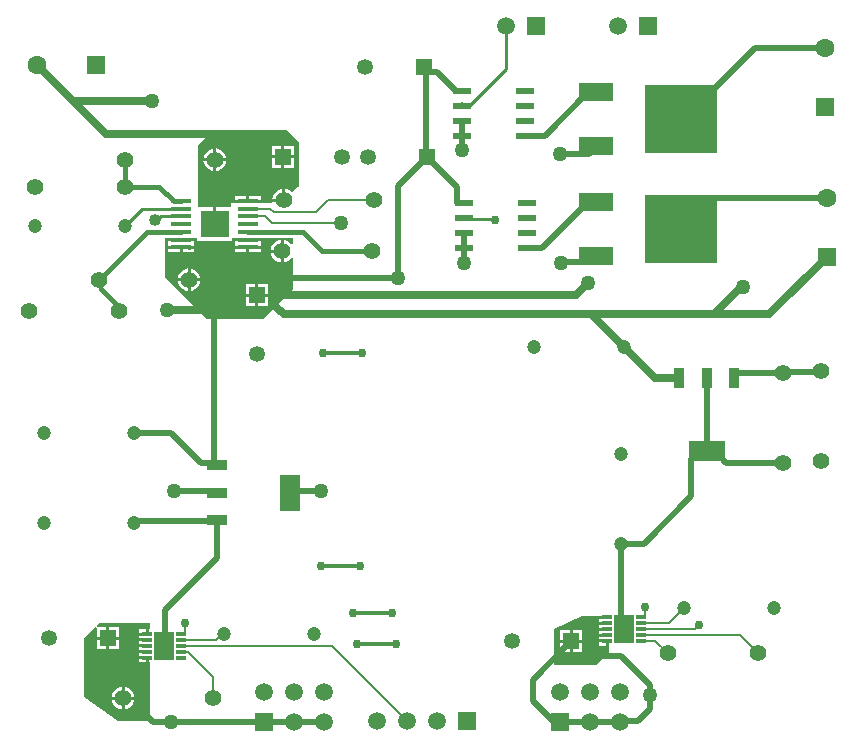
<source format=gtl>
G04*
G04 #@! TF.GenerationSoftware,Altium Limited,Altium Designer,19.1.8 (144)*
G04*
G04 Layer_Physical_Order=1*
G04 Layer_Color=255*
%FSLAX25Y25*%
%MOIN*%
G70*
G01*
G75*
%ADD11C,0.00600*%
%ADD12C,0.01000*%
%ADD14R,0.03500X0.06950*%
%ADD15R,0.12400X0.06950*%
%ADD16R,0.06950X0.03500*%
%ADD17R,0.06950X0.12400*%
%ADD18R,0.24410X0.22835*%
%ADD19R,0.11811X0.06299*%
%ADD20R,0.06300X0.02100*%
%ADD21R,0.06600X0.01400*%
%ADD22R,0.06900X0.09800*%
%ADD23R,0.03200X0.01200*%
%ADD28R,0.09700X0.09100*%
%ADD44C,0.02000*%
%ADD45C,0.02500*%
%ADD46C,0.01200*%
%ADD47C,0.01500*%
%ADD48C,0.05906*%
%ADD49R,0.05906X0.05906*%
%ADD50R,0.06299X0.06299*%
%ADD51C,0.06299*%
%ADD52C,0.05315*%
%ADD53R,0.05315X0.05315*%
%ADD54C,0.05512*%
%ADD55R,0.05315X0.05315*%
%ADD56C,0.04724*%
%ADD57R,0.06299X0.06299*%
%ADD58C,0.05000*%
%ADD59C,0.03000*%
%ADD60C,0.04000*%
G36*
X80000Y41474D02*
X79500D01*
Y39874D01*
X79000D01*
Y39374D01*
X76400D01*
Y38405D01*
X79000D01*
Y37405D01*
X76400D01*
Y36437D01*
X79000D01*
Y35437D01*
X76400D01*
Y34468D01*
X79000D01*
Y33468D01*
X76400D01*
Y32500D01*
X79000D01*
Y32000D01*
X79500D01*
Y30400D01*
X80000D01*
Y29500D01*
Y10859D01*
X69390D01*
X58000Y18867D01*
X58000Y38500D01*
X61704Y42204D01*
X62185Y41978D01*
X62185Y41732D01*
Y39000D01*
X65342D01*
Y42158D01*
X62646D01*
X62365Y42158D01*
X62138Y42638D01*
X63000Y43500D01*
X80000D01*
Y41474D01*
D02*
G37*
G36*
X229700Y45937D02*
X232300D01*
Y44937D01*
X229700D01*
Y43968D01*
X232300D01*
Y42968D01*
X229700D01*
Y42000D01*
X232300D01*
Y41000D01*
X229700D01*
Y40031D01*
X232300D01*
Y39031D01*
X229700D01*
Y38063D01*
X232300D01*
Y37563D01*
X232800D01*
Y35963D01*
X232906D01*
Y33924D01*
X228482Y29500D01*
X214500D01*
Y41500D01*
X224083Y46000D01*
X229700Y46000D01*
Y45937D01*
D02*
G37*
G36*
X127500Y169930D02*
X127000Y169760D01*
X126679Y170179D01*
X125894Y170781D01*
X124980Y171159D01*
X124500Y171222D01*
Y167500D01*
Y163777D01*
X124980Y163841D01*
X125894Y164219D01*
X126679Y164821D01*
X127000Y165240D01*
X127500Y165070D01*
Y155000D01*
X117500Y145000D01*
X99000D01*
X85000Y159000D01*
Y172000D01*
X86100D01*
Y171882D01*
X94700D01*
Y172000D01*
X95650D01*
Y170950D01*
X107350D01*
Y172000D01*
X108300D01*
Y171882D01*
X116900D01*
Y172000D01*
X127500D01*
Y169930D01*
D02*
G37*
G36*
X129500Y204000D02*
Y189000D01*
X129000D01*
X127179Y187179D01*
X126394Y187781D01*
X125480Y188159D01*
X125000Y188223D01*
Y184500D01*
X124500D01*
Y184000D01*
X120777D01*
X120339Y183500D01*
X116900D01*
Y183677D01*
X108300D01*
Y183500D01*
X107000D01*
Y182050D01*
X102000D01*
Y176500D01*
X101000D01*
Y182050D01*
X96000D01*
Y203000D01*
X101000Y208000D01*
X125500D01*
X129500Y204000D01*
D02*
G37*
%LPC*%
G36*
X78500Y41474D02*
X76400D01*
Y40374D01*
X78500D01*
Y41474D01*
D02*
G37*
G36*
X66343Y42158D02*
Y39000D01*
X69500D01*
Y42158D01*
X66343D01*
D02*
G37*
G36*
X69500Y38000D02*
X66343D01*
Y34843D01*
X69500D01*
Y38000D01*
D02*
G37*
G36*
X65342D02*
X62185D01*
Y34843D01*
X65342D01*
Y38000D01*
D02*
G37*
G36*
X78500Y31500D02*
X76400D01*
Y30400D01*
X78500D01*
Y31500D01*
D02*
G37*
G36*
X71500Y22222D02*
Y19000D01*
X74722D01*
X74659Y19480D01*
X74281Y20394D01*
X73679Y21179D01*
X72894Y21781D01*
X71981Y22159D01*
X71500Y22222D01*
D02*
G37*
G36*
X70500D02*
X70020Y22159D01*
X69106Y21781D01*
X68321Y21179D01*
X67719Y20394D01*
X67341Y19480D01*
X67277Y19000D01*
X70500D01*
Y22222D01*
D02*
G37*
G36*
X74722Y18000D02*
X71500D01*
Y14777D01*
X71981Y14841D01*
X72894Y15219D01*
X73679Y15821D01*
X74281Y16606D01*
X74659Y17519D01*
X74722Y18000D01*
D02*
G37*
G36*
X70500D02*
X67277D01*
X67341Y17519D01*
X67719Y16606D01*
X68321Y15821D01*
X69106Y15219D01*
X70020Y14841D01*
X70500Y14777D01*
Y18000D01*
D02*
G37*
G36*
X224000Y41157D02*
X220843D01*
Y38000D01*
X224000D01*
Y41157D01*
D02*
G37*
G36*
X219843D02*
X216685D01*
Y38000D01*
X219843D01*
Y41157D01*
D02*
G37*
G36*
X231800Y37063D02*
X229700D01*
Y35963D01*
X231800D01*
Y37063D01*
D02*
G37*
G36*
X224000Y37000D02*
X220843D01*
Y33843D01*
X224000D01*
Y37000D01*
D02*
G37*
G36*
X219843D02*
X216685D01*
Y33843D01*
X219843D01*
Y37000D01*
D02*
G37*
G36*
X94700Y170882D02*
X86100D01*
Y169323D01*
X94700D01*
Y170882D01*
D02*
G37*
G36*
X116900D02*
X108300D01*
Y169323D01*
X116900D01*
Y170882D01*
D02*
G37*
G36*
X123500Y171222D02*
X123020Y171159D01*
X122106Y170781D01*
X121321Y170179D01*
X120719Y169394D01*
X120341Y168481D01*
X120278Y168000D01*
X123500D01*
Y171222D01*
D02*
G37*
G36*
X94700Y168323D02*
X90900D01*
Y167123D01*
X94700D01*
Y168323D01*
D02*
G37*
G36*
X89900D02*
X86100D01*
Y167123D01*
X89900D01*
Y168323D01*
D02*
G37*
G36*
X116900Y168323D02*
X113100D01*
Y167123D01*
X116900D01*
Y168323D01*
D02*
G37*
G36*
X112100D02*
X108300D01*
Y167123D01*
X112100D01*
Y168323D01*
D02*
G37*
G36*
X123500Y167000D02*
X120278D01*
X120341Y166519D01*
X120719Y165606D01*
X121321Y164821D01*
X122106Y164219D01*
X123020Y163841D01*
X123500Y163777D01*
Y167000D01*
D02*
G37*
G36*
X93500Y161723D02*
Y158500D01*
X96723D01*
X96659Y158981D01*
X96281Y159894D01*
X95679Y160679D01*
X94894Y161281D01*
X93980Y161659D01*
X93500Y161723D01*
D02*
G37*
G36*
X92500D02*
X92019Y161659D01*
X91106Y161281D01*
X90321Y160679D01*
X89719Y159894D01*
X89341Y158981D01*
X89277Y158500D01*
X92500D01*
Y161723D01*
D02*
G37*
G36*
X96723Y157500D02*
X93500D01*
Y154278D01*
X93980Y154341D01*
X94894Y154719D01*
X95679Y155321D01*
X96281Y156106D01*
X96659Y157019D01*
X96723Y157500D01*
D02*
G37*
G36*
X92500D02*
X89277D01*
X89341Y157019D01*
X89719Y156106D01*
X90321Y155321D01*
X91106Y154719D01*
X92019Y154341D01*
X92500Y154278D01*
Y157500D01*
D02*
G37*
G36*
X119158Y156500D02*
X116000D01*
Y153342D01*
X119158D01*
Y156500D01*
D02*
G37*
G36*
X115000D02*
X111843D01*
Y153342D01*
X115000D01*
Y156500D01*
D02*
G37*
G36*
X119158Y152342D02*
X116000D01*
Y149185D01*
X119158D01*
Y152342D01*
D02*
G37*
G36*
X115000D02*
X111843D01*
Y149185D01*
X115000D01*
Y152342D01*
D02*
G37*
G36*
X127815Y202658D02*
X124657D01*
Y199500D01*
X127815D01*
Y202658D01*
D02*
G37*
G36*
X123658D02*
X120500D01*
Y199500D01*
X123658D01*
Y202658D01*
D02*
G37*
G36*
X102000Y201723D02*
Y198500D01*
X105222D01*
X105159Y198980D01*
X104781Y199894D01*
X104179Y200679D01*
X103394Y201281D01*
X102480Y201659D01*
X102000Y201723D01*
D02*
G37*
G36*
X101000D02*
X100520Y201659D01*
X99606Y201281D01*
X98821Y200679D01*
X98219Y199894D01*
X97841Y198980D01*
X97777Y198500D01*
X101000D01*
Y201723D01*
D02*
G37*
G36*
X127815Y198500D02*
X124657D01*
Y195343D01*
X127815D01*
Y198500D01*
D02*
G37*
G36*
X123658D02*
X120500D01*
Y195343D01*
X123658D01*
Y198500D01*
D02*
G37*
G36*
X105222Y197500D02*
X102000D01*
Y194278D01*
X102480Y194341D01*
X103394Y194719D01*
X104179Y195321D01*
X104781Y196106D01*
X105159Y197020D01*
X105222Y197500D01*
D02*
G37*
G36*
X101000D02*
X97777D01*
X97841Y197020D01*
X98219Y196106D01*
X98821Y195321D01*
X99606Y194719D01*
X100520Y194341D01*
X101000Y194278D01*
Y197500D01*
D02*
G37*
G36*
X124000Y188223D02*
X123520Y188159D01*
X122606Y187781D01*
X121821Y187179D01*
X121219Y186394D01*
X120841Y185480D01*
X120777Y185000D01*
X124000D01*
Y188223D01*
D02*
G37*
G36*
X116900Y185877D02*
X113100D01*
Y184677D01*
X116900D01*
Y185877D01*
D02*
G37*
G36*
X112100D02*
X108300D01*
Y184677D01*
X112100D01*
Y185877D01*
D02*
G37*
%LPD*%
D11*
X120103Y181618D02*
X121277Y180444D01*
X120500Y177000D02*
X143500D01*
X121277Y180444D02*
X135196D01*
X139252Y184500D01*
X154500D01*
X118441Y179059D02*
X120500Y177000D01*
X112600Y179059D02*
X118441D01*
X112600Y181618D02*
X120103D01*
X261500Y41500D02*
X263000Y43000D01*
X243700Y41500D02*
X261500D01*
X243700Y39531D02*
X276468D01*
X282500Y33500D01*
X140563Y35937D02*
X165500Y11000D01*
X90400Y35937D02*
X140563D01*
X91500Y40000D02*
Y43500D01*
X245000Y45737D02*
Y48874D01*
X244700Y45437D02*
X245000Y45737D01*
X243700Y45437D02*
X244700D01*
X90400Y33968D02*
X90469Y33900D01*
X92538D01*
X101000Y25438D01*
Y18500D02*
Y25438D01*
X252969Y43468D02*
X258000Y48500D01*
X243700Y43468D02*
X252969D01*
X243700Y37563D02*
X248437D01*
X252500Y33500D01*
X90400Y37905D02*
X101981D01*
X104076Y40000D01*
X104500D01*
D12*
X194750Y178250D02*
X195000Y178000D01*
X184800Y178250D02*
X194750D01*
X184550Y178500D02*
X184800Y178250D01*
X184050Y216000D02*
X186150D01*
X198500Y228350D01*
Y242500D01*
X71500Y176000D02*
X77118Y181618D01*
X90400D01*
X81500Y178000D02*
X82500D01*
X83559Y179059D01*
X90400D01*
D14*
X274600Y125275D02*
D03*
X265500D02*
D03*
X256400D02*
D03*
D15*
X265500Y100725D02*
D03*
D16*
X102225Y96100D02*
D03*
Y87000D02*
D03*
Y77900D02*
D03*
D17*
X126775Y87000D02*
D03*
D18*
X257000Y175000D02*
D03*
Y211500D02*
D03*
D19*
X228732Y166000D02*
D03*
Y184000D02*
D03*
Y220500D02*
D03*
Y202500D02*
D03*
D20*
X205450Y183500D02*
D03*
Y178500D02*
D03*
Y173500D02*
D03*
Y168500D02*
D03*
X184550D02*
D03*
Y173500D02*
D03*
Y178500D02*
D03*
Y183500D02*
D03*
X204950Y221000D02*
D03*
Y216000D02*
D03*
Y211000D02*
D03*
Y206000D02*
D03*
X184050D02*
D03*
Y211000D02*
D03*
Y216000D02*
D03*
Y221000D02*
D03*
D21*
X90400Y184177D02*
D03*
Y181618D02*
D03*
Y179059D02*
D03*
Y176500D02*
D03*
Y173941D02*
D03*
Y171382D02*
D03*
Y168823D02*
D03*
X112600Y168823D02*
D03*
Y171382D02*
D03*
Y173941D02*
D03*
Y176500D02*
D03*
Y179059D02*
D03*
Y181618D02*
D03*
Y184177D02*
D03*
D22*
X238000Y41500D02*
D03*
X84700Y35937D02*
D03*
D23*
X243700Y45437D02*
D03*
Y43468D02*
D03*
Y41500D02*
D03*
Y39531D02*
D03*
Y37563D02*
D03*
X232300D02*
D03*
Y39531D02*
D03*
Y41500D02*
D03*
Y43468D02*
D03*
Y45437D02*
D03*
X90400Y39874D02*
D03*
Y37905D02*
D03*
Y35937D02*
D03*
Y33968D02*
D03*
Y32000D02*
D03*
X79000D02*
D03*
Y33968D02*
D03*
Y35937D02*
D03*
Y37905D02*
D03*
Y39874D02*
D03*
D28*
X101500Y176500D02*
D03*
D44*
X207500Y17500D02*
X216500Y8500D01*
X246500Y15000D02*
Y19500D01*
Y23000D01*
X237000Y32500D02*
X246500Y23000D01*
X242453Y10953D02*
X246500Y15000D01*
X229500Y32500D02*
X237000D01*
X257787Y211500D02*
X281630Y235343D01*
X257000Y211500D02*
X257787D01*
X281630Y235343D02*
X305000D01*
X267342Y185343D02*
X305500D01*
X257000Y175000D02*
X267342Y185343D01*
X127275Y87500D02*
X137000D01*
X126775Y87000D02*
X127275Y87500D01*
X101775Y77450D02*
X102225Y77900D01*
X74950Y77450D02*
X101775D01*
X74500Y77000D02*
X74950Y77450D01*
X85000Y48000D02*
X102225Y65225D01*
Y77900D01*
X101400Y97000D02*
Y149100D01*
X96900Y97000D02*
X101400D01*
X86900Y107000D02*
X96900Y97000D01*
X265500Y100725D02*
X268225D01*
X271950Y97000D01*
X291000D01*
X274600Y125275D02*
Y126250D01*
X275350Y127000D01*
X291000D01*
X265500Y100725D02*
Y125275D01*
X244500Y70000D02*
X260300Y85800D01*
Y98250D01*
X262775Y100725D01*
X265500D01*
X291000Y127000D02*
X291250Y127250D01*
X303250D01*
X303500Y127500D01*
X79000Y12500D02*
X81000Y10500D01*
X118000D01*
X128000D01*
X138000D01*
X236953Y10953D02*
X242453D01*
X236500Y10500D02*
X236953Y10953D01*
X207500Y17500D02*
Y24657D01*
X220342Y37500D01*
X226500Y10500D02*
X236500D01*
X216500D02*
X226500D01*
X184050Y201050D02*
Y206000D01*
Y211000D01*
X217000Y163500D02*
X217350Y163850D01*
X226583D01*
X228732Y166000D01*
X216500Y200000D02*
X226232D01*
X228732Y202500D01*
X225976Y220500D02*
X228732D01*
X211476Y206000D02*
X225976Y220500D01*
X204950Y206000D02*
X211476D01*
X257000Y211500D02*
X261315Y215815D01*
X257000Y175000D02*
X266685Y165315D01*
X172343Y199000D02*
X182400Y188943D01*
Y183550D02*
Y188943D01*
Y183550D02*
X182450Y183500D01*
X184550D01*
X171843Y228500D02*
X173000Y227343D01*
X171843Y199500D02*
X172343Y199000D01*
X171843Y199500D02*
Y228500D01*
X171343Y229000D02*
X171843Y228500D01*
X162500Y189157D02*
X172343Y199000D01*
X162500Y158500D02*
Y189157D01*
X173000Y227343D02*
X175608D01*
X181950Y221000D01*
X184050D01*
X184500Y163500D02*
Y168450D01*
X184550Y168500D01*
Y173500D01*
X210476Y168500D02*
X225976Y184000D01*
X205450Y168500D02*
X210476D01*
X225976Y184000D02*
X228732D01*
X124000Y158500D02*
X162500D01*
X88000Y87500D02*
X101400D01*
X237000Y42500D02*
Y70000D01*
Y42500D02*
X238000Y41500D01*
X237000Y70000D02*
X244500D01*
X184050Y216000D02*
X184100Y216050D01*
X85000Y36237D02*
Y48000D01*
X84700Y35937D02*
X85000Y36237D01*
X74500Y107000D02*
X86900D01*
X101400Y149100D02*
X102000Y149700D01*
X171343Y229000D02*
X171792Y229450D01*
D45*
X85500Y148000D02*
X100000D01*
X65158Y206500D02*
X103000D01*
X54158Y217500D02*
X65158Y206500D01*
X54158Y217500D02*
X80500D01*
X42158Y229500D02*
X54158Y217500D01*
X277000Y155500D02*
X277500D01*
X268000Y146500D02*
X277000Y155500D01*
X268000Y146500D02*
X286343D01*
X305500Y165657D01*
X122000Y149000D02*
X124500Y146500D01*
X227000D01*
X268000D01*
X227000D02*
X238000Y135500D01*
X248225Y125275D01*
X256400D01*
X222000Y153000D02*
X226000Y157000D01*
X123500Y153000D02*
X222000D01*
D46*
X63556Y154944D02*
Y157444D01*
X69500Y147500D02*
Y149000D01*
X63000Y158000D02*
X63556Y157444D01*
X149000Y36500D02*
X162000D01*
X147500Y47000D02*
X160500D01*
X137000Y62500D02*
X150000D01*
X137500Y133500D02*
X150500D01*
D47*
X63556Y154944D02*
X69500Y149000D01*
X137228Y167500D02*
X154000D01*
X130787Y173941D02*
X137228Y167500D01*
X112600Y173941D02*
X130787D01*
X78941Y173941D02*
X90400D01*
X63000Y158000D02*
X78941Y173941D01*
X87900Y184177D02*
X90400D01*
X83077Y189000D02*
X87900Y184177D01*
X71500Y189000D02*
X83077D01*
X124158Y199000D02*
X124500Y198658D01*
X71500Y189000D02*
Y198000D01*
X124127Y184127D02*
X124500Y184500D01*
X92900Y168823D02*
X92950Y168773D01*
Y158050D02*
X93000Y158000D01*
D48*
X155500Y11000D02*
D03*
X165500D02*
D03*
X175500D02*
D03*
X118000Y20500D02*
D03*
X128000Y10500D02*
D03*
Y20500D02*
D03*
X138000Y10500D02*
D03*
Y20500D02*
D03*
X236000Y242500D02*
D03*
X216500Y20500D02*
D03*
X226500Y10500D02*
D03*
Y20500D02*
D03*
X236500Y10500D02*
D03*
Y20500D02*
D03*
X198500Y242500D02*
D03*
D49*
X185500Y11000D02*
D03*
X118000Y10500D02*
D03*
X246000Y242500D02*
D03*
X216500Y10500D02*
D03*
X208500Y242500D02*
D03*
D50*
X305500Y165657D02*
D03*
X305000Y215657D02*
D03*
D51*
X305500Y185343D02*
D03*
X305000Y235343D02*
D03*
X42158Y229500D02*
D03*
D52*
X152657Y199000D02*
D03*
X200658Y37500D02*
D03*
X46158Y38500D02*
D03*
X115500Y133158D02*
D03*
X151657Y229000D02*
D03*
X143842Y199000D02*
D03*
D53*
X172343D02*
D03*
X220342Y37500D02*
D03*
X65842Y38500D02*
D03*
X171343Y229000D02*
D03*
X124158Y199000D02*
D03*
D54*
X252500Y33500D02*
D03*
X282500D02*
D03*
X69500Y147500D02*
D03*
X39500D02*
D03*
X124000Y167500D02*
D03*
X154000D02*
D03*
X124500Y184500D02*
D03*
X154500D02*
D03*
X101500Y198000D02*
D03*
X71500D02*
D03*
X93000Y158000D02*
D03*
X63000D02*
D03*
X71500Y189000D02*
D03*
X41500D02*
D03*
X291000Y97000D02*
D03*
Y127000D02*
D03*
X303500Y127500D02*
D03*
Y97500D02*
D03*
X71000Y18500D02*
D03*
X101000D02*
D03*
D55*
X115500Y152842D02*
D03*
D56*
X71500Y176000D02*
D03*
X41500D02*
D03*
X238000Y135500D02*
D03*
X208000D02*
D03*
X237000Y70000D02*
D03*
Y100000D02*
D03*
X74500Y77000D02*
D03*
X44500D02*
D03*
X74500Y107000D02*
D03*
X44500D02*
D03*
X258000Y48500D02*
D03*
X288000D02*
D03*
X104500Y40000D02*
D03*
X134500D02*
D03*
D57*
X61843Y229500D02*
D03*
D58*
X246500Y19500D02*
D03*
X87000Y10500D02*
D03*
X80500Y217500D02*
D03*
X85500Y148000D02*
D03*
X143500Y177000D02*
D03*
X277500Y155500D02*
D03*
X137000Y87500D02*
D03*
X226000Y157000D02*
D03*
X184050Y201050D02*
D03*
X217000Y163500D02*
D03*
X216500Y200000D02*
D03*
X184500Y163500D02*
D03*
X162500Y158500D02*
D03*
X88000Y87500D02*
D03*
D59*
X149000Y36500D02*
D03*
X162000D02*
D03*
X147500Y47000D02*
D03*
X160500D02*
D03*
X137000Y62500D02*
D03*
X150000D02*
D03*
X150500Y133500D02*
D03*
X137500D02*
D03*
X263000Y43000D02*
D03*
X195000Y178000D02*
D03*
X91500Y43500D02*
D03*
X245000Y48874D02*
D03*
D60*
X81500Y178000D02*
D03*
M02*

</source>
